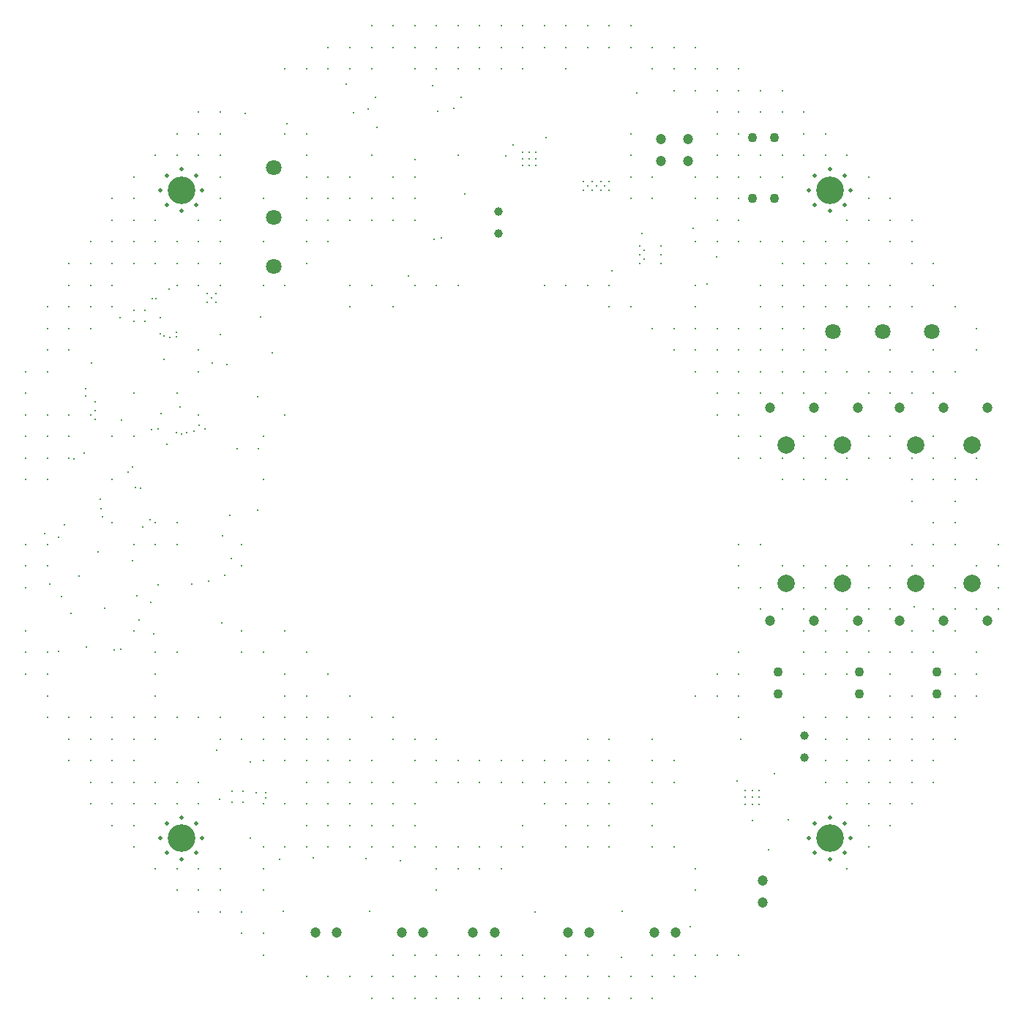
<source format=gbr>
%TF.GenerationSoftware,KiCad,Pcbnew,6.0.5-a6ca702e91~116~ubuntu20.04.1*%
%TF.CreationDate,2022-05-11T20:42:12+02:00*%
%TF.ProjectId,uHoubolt_PCB_PMU,75486f75-626f-46c7-945f-5043425f504d,rev?*%
%TF.SameCoordinates,PX8583b00PY5f5e100*%
%TF.FileFunction,Plated,1,4,PTH,Drill*%
%TF.FilePolarity,Positive*%
%FSLAX46Y46*%
G04 Gerber Fmt 4.6, Leading zero omitted, Abs format (unit mm)*
G04 Created by KiCad (PCBNEW 6.0.5-a6ca702e91~116~ubuntu20.04.1) date 2022-05-11 20:42:12*
%MOMM*%
%LPD*%
G01*
G04 APERTURE LIST*
%TA.AperFunction,ViaDrill*%
%ADD10C,0.200000*%
%TD*%
%TA.AperFunction,ComponentDrill*%
%ADD11C,0.200000*%
%TD*%
%TA.AperFunction,ViaDrill*%
%ADD12C,0.300000*%
%TD*%
%TA.AperFunction,ComponentDrill*%
%ADD13C,0.300000*%
%TD*%
%TA.AperFunction,ComponentDrill*%
%ADD14C,0.500000*%
%TD*%
%TA.AperFunction,ComponentDrill*%
%ADD15C,1.000000*%
%TD*%
%TA.AperFunction,ComponentDrill*%
%ADD16C,1.100000*%
%TD*%
%TA.AperFunction,ComponentDrill*%
%ADD17C,1.200000*%
%TD*%
%TA.AperFunction,ComponentDrill*%
%ADD18C,1.800000*%
%TD*%
%TA.AperFunction,ComponentDrill*%
%ADD19C,2.000000*%
%TD*%
%TA.AperFunction,ComponentDrill*%
%ADD20C,3.200000*%
%TD*%
G04 APERTURE END LIST*
D10*
X-53300000Y-2250000D03*
X-52675000Y-8100000D03*
X-51700000Y-15900000D03*
X-51675000Y-2650000D03*
X-51325000Y-9550000D03*
X-51012500Y-1212500D03*
X-50300000Y-11500000D03*
X-49900000Y6350000D03*
X-49350000Y-7175000D03*
X-48700000Y7050000D03*
X-48550000Y14550000D03*
X-48550000Y13650000D03*
X-48500000Y-15400000D03*
X-47950000Y11500000D03*
X-47900000Y17500000D03*
X-47500000Y13000000D03*
X-47500000Y12000000D03*
X-47500000Y11000000D03*
X-47100000Y-4375000D03*
X-46850000Y1750000D03*
X-46800000Y600000D03*
X-46575000Y-275000D03*
X-46400000Y-10900000D03*
X-45300000Y-15700000D03*
X-44600000Y22700000D03*
X-44500000Y-15600000D03*
X-44437500Y10862500D03*
X-43650000Y4875000D03*
X-43175000Y5450000D03*
X-42800000Y3100000D03*
X-42600000Y-9400000D03*
X-42400000Y-12200000D03*
X-42200000Y3000000D03*
X-42000000Y-1500000D03*
X-41100000Y-600000D03*
X-41025000Y-10200000D03*
X-40900000Y24950000D03*
X-40450000Y24950000D03*
X-40200000Y9900000D03*
X-40200000Y-8175000D03*
X-39900000Y22700000D03*
X-39900000Y20900000D03*
X-39525000Y17875000D03*
X-39500000Y20600000D03*
X-39150000Y8100000D03*
X-38950000Y26000000D03*
X-38850000Y20450000D03*
X-38075000Y9450000D03*
X-38050000Y21050000D03*
X-38050000Y20550000D03*
X-37650000Y12400000D03*
X-37450000Y9300000D03*
X-36875000Y9425000D03*
X-36325000Y-8100000D03*
X-36075000Y9575000D03*
X-35450000Y10250000D03*
X-34775000Y9850000D03*
X-34500000Y25500000D03*
X-34500000Y24500000D03*
X-34350000Y-7775000D03*
X-34000000Y25000000D03*
X-33900000Y17500000D03*
X-33500000Y25500000D03*
X-33500000Y24500000D03*
X-33400000Y-27300000D03*
X-33100000Y-32950000D03*
X-32950000Y20750000D03*
X-32825000Y-12550000D03*
X-32700000Y-2500000D03*
X-32450000Y-7100000D03*
X-32200000Y17350000D03*
X-31900000Y-100000D03*
X-31700000Y-5125000D03*
X-31050000Y7550000D03*
X-30125000Y46375000D03*
X-29550000Y-28700000D03*
X-29550000Y-37450000D03*
X-28850000Y-32250000D03*
X-28700000Y500000D03*
X-28650000Y13600000D03*
X-28600000Y7600000D03*
X-28300000Y22850000D03*
X-27700000Y-32250000D03*
X-27700000Y-32850000D03*
X-26950000Y18650000D03*
X-26100000Y-39900000D03*
X-25250000Y45150000D03*
X-22200000Y-39750000D03*
X-20500000Y54000000D03*
X-20500000Y51500000D03*
X-18425000Y49750000D03*
X-18000000Y54000000D03*
X-18000000Y51500000D03*
X-17600000Y46400000D03*
X-16100000Y-39850000D03*
X-15925000Y46875000D03*
X-15500000Y54000000D03*
X-15500000Y51500000D03*
X-15050000Y48250000D03*
X-14900000Y44750000D03*
X-13000000Y56500000D03*
X-13000000Y54000000D03*
X-12200000Y-40100000D03*
X-11250000Y27600000D03*
X-10500000Y56500000D03*
X-10500000Y54000000D03*
X-10500000Y51500000D03*
X-10500000Y41000000D03*
X-8425000Y49575000D03*
X-8275000Y31800000D03*
X-8000000Y56500000D03*
X-8000000Y54000000D03*
X-8000000Y51500000D03*
X-7800000Y46600000D03*
X-7375000Y32000000D03*
X-5950000Y46950000D03*
X-5500000Y56500000D03*
X-5500000Y54000000D03*
X-5500000Y51500000D03*
X-5125000Y48200000D03*
X-4725000Y37000000D03*
X-3000000Y56500000D03*
X-3000000Y54000000D03*
X-3000000Y51500000D03*
X-500000Y56500000D03*
X-500000Y54000000D03*
X-500000Y51500000D03*
X0Y41450000D03*
X900000Y42750000D03*
X2000000Y56500000D03*
X2000000Y54000000D03*
X2000000Y51500000D03*
X4500000Y56500000D03*
X4500000Y54000000D03*
X4700000Y43550000D03*
X7000000Y56500000D03*
X7000000Y54000000D03*
X7000000Y51500000D03*
X9000000Y38500000D03*
X9000000Y37500000D03*
X9500000Y56500000D03*
X9500000Y54000000D03*
X9500000Y38000000D03*
X10000000Y38500000D03*
X10000000Y37500000D03*
X10500000Y38000000D03*
X11000000Y38500000D03*
X11000000Y37500000D03*
X11500000Y38000000D03*
X12000000Y56500000D03*
X12000000Y54000000D03*
X12000000Y38500000D03*
X12000000Y37500000D03*
X12350000Y28150000D03*
X14500000Y56500000D03*
X14500000Y54000000D03*
X15225000Y48725000D03*
X15500000Y31000000D03*
X15500000Y30000000D03*
X15500000Y29000000D03*
X15800000Y32475000D03*
X16000000Y30500000D03*
X16000000Y29500000D03*
X17000000Y54000000D03*
X17000000Y51500000D03*
X18000000Y31000000D03*
X18000000Y30000000D03*
X18000000Y29000000D03*
X19500000Y54000000D03*
X19500000Y51500000D03*
X19500000Y49000000D03*
X21350000Y-47700000D03*
X21725000Y33050000D03*
X22000000Y54000000D03*
X22000000Y51500000D03*
X22000000Y49000000D03*
X23300000Y26600000D03*
X24400000Y29750000D03*
X24500000Y51500000D03*
X24500000Y49000000D03*
X24500000Y46500000D03*
X24500000Y44000000D03*
X24500000Y41500000D03*
X24500000Y39000000D03*
X26800000Y-30850000D03*
X27000000Y51500000D03*
X27000000Y49000000D03*
X27000000Y46500000D03*
X27000000Y44000000D03*
X27000000Y41500000D03*
X27000000Y39000000D03*
X27000000Y21500000D03*
X27000000Y19000000D03*
X27000000Y16500000D03*
X27200000Y-26000000D03*
X28550000Y-35450000D03*
X29500000Y49000000D03*
X29500000Y46500000D03*
X29500000Y41500000D03*
X29500000Y39000000D03*
X29500000Y26500000D03*
X29500000Y24000000D03*
X29500000Y21500000D03*
X29500000Y19000000D03*
X29500000Y16500000D03*
X30400000Y-38800000D03*
X31100000Y-30050000D03*
X32000000Y49000000D03*
X32000000Y46500000D03*
X32000000Y41500000D03*
X32000000Y39000000D03*
X32000000Y29000000D03*
X32000000Y26500000D03*
X32000000Y24000000D03*
X32000000Y21500000D03*
X32000000Y19000000D03*
X32000000Y16500000D03*
X32725000Y-35350000D03*
X34500000Y46500000D03*
X34500000Y44000000D03*
X34500000Y41500000D03*
X34500000Y31500000D03*
X34500000Y29000000D03*
X34500000Y26500000D03*
X34500000Y24000000D03*
X34500000Y21500000D03*
X34500000Y19000000D03*
X34500000Y16500000D03*
X37000000Y44000000D03*
X37000000Y41500000D03*
X37000000Y31500000D03*
X37000000Y29000000D03*
X37000000Y26500000D03*
X37000000Y24000000D03*
X37000000Y19000000D03*
X37000000Y16500000D03*
X39500000Y41500000D03*
X39500000Y34000000D03*
X39500000Y31500000D03*
X39500000Y29000000D03*
X39500000Y26500000D03*
X39500000Y24000000D03*
X39500000Y16500000D03*
X42000000Y39000000D03*
X42000000Y36500000D03*
X42000000Y34000000D03*
X42000000Y29000000D03*
X42000000Y26500000D03*
X42000000Y24000000D03*
X42000000Y16500000D03*
X44500000Y36500000D03*
X44500000Y34000000D03*
X44500000Y31500000D03*
X44500000Y26500000D03*
X44500000Y24000000D03*
X44500000Y19000000D03*
X44500000Y16500000D03*
X47000000Y34000000D03*
X47000000Y31500000D03*
X47000000Y29000000D03*
X47000000Y24000000D03*
X47000000Y16500000D03*
X47300000Y-10700000D03*
X49500000Y29000000D03*
X49500000Y26500000D03*
X49500000Y19000000D03*
X49500000Y16500000D03*
X52000000Y24000000D03*
X52000000Y16500000D03*
D11*
%TO.C,U13*%
X-42975000Y23575000D03*
X-42975000Y22325000D03*
X-41725000Y23575000D03*
X-41725000Y22325000D03*
%TO.C,U3*%
X-31625000Y-32075000D03*
X-31625000Y-33325000D03*
X-30375000Y-32075000D03*
X-30375000Y-33325000D03*
%TD*%
D12*
X-55500000Y16500000D03*
X-55500000Y14000000D03*
X-55500000Y11500000D03*
X-55500000Y9000000D03*
X-55500000Y6500000D03*
X-55500000Y4000000D03*
X-55500000Y-3500000D03*
X-55500000Y-6000000D03*
X-55500000Y-8500000D03*
X-55500000Y-13500000D03*
X-55500000Y-16000000D03*
X-55500000Y-18500000D03*
X-53000000Y24000000D03*
X-53000000Y21500000D03*
X-53000000Y19000000D03*
X-53000000Y16500000D03*
X-53000000Y11500000D03*
X-53000000Y9000000D03*
X-53000000Y6500000D03*
X-53000000Y4000000D03*
X-53000000Y-3500000D03*
X-53000000Y-6000000D03*
X-53000000Y-16000000D03*
X-53000000Y-18500000D03*
X-53000000Y-21000000D03*
X-53000000Y-23500000D03*
X-50500000Y29000000D03*
X-50500000Y26500000D03*
X-50500000Y24000000D03*
X-50500000Y21500000D03*
X-50500000Y19000000D03*
X-50500000Y11500000D03*
X-50500000Y9000000D03*
X-50500000Y6500000D03*
X-50500000Y-23500000D03*
X-50500000Y-26000000D03*
X-50500000Y-28500000D03*
X-48000000Y31500000D03*
X-48000000Y29000000D03*
X-48000000Y26500000D03*
X-48000000Y24000000D03*
X-48000000Y21500000D03*
X-48000000Y-23500000D03*
X-48000000Y-26000000D03*
X-48000000Y-28500000D03*
X-48000000Y-31000000D03*
X-48000000Y-33500000D03*
X-45500000Y36500000D03*
X-45500000Y34000000D03*
X-45500000Y31500000D03*
X-45500000Y29000000D03*
X-45500000Y26500000D03*
X-45500000Y24000000D03*
X-45500000Y9000000D03*
X-45500000Y4000000D03*
X-45500000Y-1000000D03*
X-45500000Y-23500000D03*
X-45500000Y-26000000D03*
X-45500000Y-28500000D03*
X-45500000Y-31000000D03*
X-45500000Y-33500000D03*
X-45500000Y-36000000D03*
X-43150000Y-5400000D03*
X-43000000Y39000000D03*
X-43000000Y36500000D03*
X-43000000Y34000000D03*
X-43000000Y31500000D03*
X-43000000Y29000000D03*
X-43000000Y14000000D03*
X-43000000Y9000000D03*
X-43000000Y-3500000D03*
X-43000000Y-13500000D03*
X-43000000Y-23500000D03*
X-43000000Y-26000000D03*
X-43000000Y-28500000D03*
X-43000000Y-31000000D03*
X-43000000Y-33500000D03*
X-43000000Y-36000000D03*
X-43000000Y-38500000D03*
X-40925000Y9750000D03*
X-40675000Y-13850000D03*
X-40500000Y41500000D03*
X-40500000Y34000000D03*
X-40500000Y31500000D03*
X-40500000Y29000000D03*
X-40500000Y-1000000D03*
X-40500000Y-3500000D03*
X-40500000Y-16000000D03*
X-40500000Y-18500000D03*
X-40500000Y-21000000D03*
X-40500000Y-23500000D03*
X-40500000Y-26000000D03*
X-40500000Y-31000000D03*
X-40500000Y-33500000D03*
X-40500000Y-41000000D03*
X-39850000Y11675000D03*
X-38000000Y44000000D03*
X-38000000Y41500000D03*
X-38000000Y31500000D03*
X-38000000Y29000000D03*
X-38000000Y26500000D03*
X-38000000Y14000000D03*
X-38000000Y-1000000D03*
X-38000000Y-3500000D03*
X-38000000Y-16000000D03*
X-38000000Y-23500000D03*
X-38000000Y-31000000D03*
X-38000000Y-33500000D03*
X-38000000Y-41000000D03*
X-38000000Y-43500000D03*
X-35500000Y46500000D03*
X-35500000Y44000000D03*
X-35500000Y41500000D03*
X-35500000Y34000000D03*
X-35500000Y31500000D03*
X-35500000Y29000000D03*
X-35500000Y26500000D03*
X-35500000Y19000000D03*
X-35500000Y16500000D03*
X-35500000Y11500000D03*
X-35500000Y-23500000D03*
X-35500000Y-31000000D03*
X-35500000Y-33500000D03*
X-35500000Y-41000000D03*
X-35500000Y-43500000D03*
X-35500000Y-46000000D03*
X-33000000Y46500000D03*
X-33000000Y44000000D03*
X-33000000Y41500000D03*
X-33000000Y39000000D03*
X-33000000Y36500000D03*
X-33000000Y34000000D03*
X-33000000Y31500000D03*
X-33000000Y29000000D03*
X-33000000Y26500000D03*
X-33000000Y-23500000D03*
X-33000000Y-26000000D03*
X-33000000Y-41000000D03*
X-33000000Y-43500000D03*
X-33000000Y-46000000D03*
X-30500000Y-3500000D03*
X-30500000Y-6000000D03*
X-30500000Y-13500000D03*
X-30500000Y-16000000D03*
X-30500000Y-26000000D03*
X-30500000Y-46000000D03*
X-30500000Y-48500000D03*
X-28000000Y36500000D03*
X-28000000Y31500000D03*
X-28000000Y26500000D03*
X-28000000Y9000000D03*
X-28000000Y4000000D03*
X-28000000Y-16000000D03*
X-28000000Y-23500000D03*
X-28000000Y-26000000D03*
X-28000000Y-28500000D03*
X-28000000Y-33500000D03*
X-28000000Y-38500000D03*
X-28000000Y-41000000D03*
X-28000000Y-43500000D03*
X-28000000Y-48500000D03*
X-28000000Y-51000000D03*
X-25675000Y-45950000D03*
X-25500000Y51500000D03*
X-25500000Y44000000D03*
X-25500000Y26500000D03*
X-25500000Y11500000D03*
X-25500000Y-13500000D03*
X-25500000Y-18500000D03*
X-25500000Y-21000000D03*
X-25500000Y-23500000D03*
X-25500000Y-26000000D03*
X-25500000Y-28500000D03*
X-25500000Y-33500000D03*
X-25500000Y-38500000D03*
X-23000000Y51500000D03*
X-23000000Y44000000D03*
X-23000000Y41500000D03*
X-23000000Y39000000D03*
X-23000000Y36500000D03*
X-23000000Y34000000D03*
X-23000000Y31500000D03*
X-23000000Y29000000D03*
X-23000000Y-16000000D03*
X-23000000Y-21000000D03*
X-23000000Y-23500000D03*
X-23000000Y-26000000D03*
X-23000000Y-28500000D03*
X-23000000Y-31000000D03*
X-23000000Y-33500000D03*
X-23000000Y-36000000D03*
X-23000000Y-38500000D03*
X-23000000Y-53500000D03*
X-20500000Y39000000D03*
X-20500000Y36500000D03*
X-20500000Y34000000D03*
X-20500000Y31500000D03*
X-20500000Y-18500000D03*
X-20500000Y-23500000D03*
X-20500000Y-26000000D03*
X-20500000Y-28500000D03*
X-20500000Y-31000000D03*
X-20500000Y-33500000D03*
X-20500000Y-36000000D03*
X-20500000Y-38500000D03*
X-20500000Y-53500000D03*
X-18000000Y39000000D03*
X-18000000Y36500000D03*
X-18000000Y34000000D03*
X-18000000Y26500000D03*
X-18000000Y24000000D03*
X-18000000Y-21000000D03*
X-18000000Y-26000000D03*
X-18000000Y-28500000D03*
X-18000000Y-31000000D03*
X-18000000Y-33500000D03*
X-18000000Y-36000000D03*
X-18000000Y-38500000D03*
X-18000000Y-53500000D03*
X-15675000Y-45925000D03*
X-15500000Y56500000D03*
X-15500000Y41500000D03*
X-15500000Y36500000D03*
X-15500000Y34000000D03*
X-15500000Y26500000D03*
X-15500000Y-23500000D03*
X-15500000Y-28500000D03*
X-15500000Y-31000000D03*
X-15500000Y-33500000D03*
X-15500000Y-36000000D03*
X-15500000Y-38500000D03*
X-15500000Y-53500000D03*
X-15500000Y-56000000D03*
X-13000000Y39000000D03*
X-13000000Y36500000D03*
X-13000000Y34000000D03*
X-13000000Y24000000D03*
X-13000000Y-23500000D03*
X-13000000Y-26000000D03*
X-13000000Y-31000000D03*
X-13000000Y-33500000D03*
X-13000000Y-36000000D03*
X-13000000Y-38500000D03*
X-13000000Y-51000000D03*
X-13000000Y-53500000D03*
X-13000000Y-56000000D03*
X-10500000Y39000000D03*
X-10500000Y36500000D03*
X-10500000Y34000000D03*
X-10500000Y26500000D03*
X-10500000Y-26000000D03*
X-10500000Y-28500000D03*
X-10500000Y-33500000D03*
X-10500000Y-36000000D03*
X-10500000Y-38500000D03*
X-10500000Y-51000000D03*
X-10500000Y-53500000D03*
X-10500000Y-56000000D03*
X-8000000Y26500000D03*
X-8000000Y-26000000D03*
X-8000000Y-28500000D03*
X-8000000Y-31000000D03*
X-8000000Y-38500000D03*
X-8000000Y-41000000D03*
X-8000000Y-43500000D03*
X-8000000Y-51000000D03*
X-8000000Y-53500000D03*
X-8000000Y-56000000D03*
X-5500000Y41500000D03*
X-5500000Y26500000D03*
X-5500000Y-28500000D03*
X-5500000Y-31000000D03*
X-5500000Y-38500000D03*
X-5500000Y-41000000D03*
X-5500000Y-51000000D03*
X-5500000Y-53500000D03*
X-5500000Y-56000000D03*
X-3000000Y-28500000D03*
X-3000000Y-31000000D03*
X-3000000Y-38500000D03*
X-3000000Y-41000000D03*
X-3000000Y-51000000D03*
X-3000000Y-53500000D03*
X-3000000Y-56000000D03*
X-500000Y-28500000D03*
X-500000Y-31000000D03*
X-500000Y-38500000D03*
X-500000Y-41000000D03*
X-500000Y-51000000D03*
X-500000Y-53500000D03*
X-500000Y-56000000D03*
X2000000Y-28500000D03*
X2000000Y-31000000D03*
X2000000Y-36000000D03*
X2000000Y-38500000D03*
X2000000Y-51000000D03*
X2000000Y-53500000D03*
X2000000Y-56000000D03*
X3450000Y-45975000D03*
X4500000Y26500000D03*
X4500000Y-28500000D03*
X4500000Y-31000000D03*
X4500000Y-33500000D03*
X4500000Y-53500000D03*
X4500000Y-56000000D03*
X7000000Y26500000D03*
X7000000Y-28500000D03*
X7000000Y-31000000D03*
X7000000Y-33500000D03*
X7000000Y-36000000D03*
X7000000Y-38500000D03*
X7000000Y-51000000D03*
X7000000Y-53500000D03*
X7000000Y-56000000D03*
X9500000Y26500000D03*
X9500000Y-26000000D03*
X9500000Y-28500000D03*
X9500000Y-31000000D03*
X9500000Y-33500000D03*
X9500000Y-36000000D03*
X9500000Y-38500000D03*
X9500000Y-51000000D03*
X9500000Y-53500000D03*
X9500000Y-56000000D03*
X12000000Y26500000D03*
X12000000Y24000000D03*
X12000000Y-26000000D03*
X12000000Y-28500000D03*
X12000000Y-31000000D03*
X12000000Y-33500000D03*
X12000000Y-36000000D03*
X12000000Y-38500000D03*
X12000000Y-53500000D03*
X12000000Y-56000000D03*
X13450000Y-51250000D03*
X13500000Y-45950000D03*
X14500000Y44000000D03*
X14500000Y41500000D03*
X14500000Y39000000D03*
X14500000Y36500000D03*
X14500000Y24000000D03*
X14500000Y-53500000D03*
X14500000Y-56000000D03*
X17000000Y39000000D03*
X17000000Y36500000D03*
X17000000Y21500000D03*
X17000000Y-26000000D03*
X17000000Y-28500000D03*
X17000000Y-31000000D03*
X17000000Y-33500000D03*
X17000000Y-36000000D03*
X17000000Y-38500000D03*
X17000000Y-51000000D03*
X17000000Y-53500000D03*
X17000000Y-56000000D03*
X19500000Y21500000D03*
X19500000Y19000000D03*
X19500000Y-28500000D03*
X19500000Y-31000000D03*
X19500000Y-38500000D03*
X19500000Y-51000000D03*
X19500000Y-53500000D03*
X22000000Y39000000D03*
X22000000Y36500000D03*
X22000000Y31500000D03*
X22000000Y26500000D03*
X22000000Y24000000D03*
X22000000Y21500000D03*
X22000000Y19000000D03*
X22000000Y16500000D03*
X22000000Y-21000000D03*
X22000000Y-41000000D03*
X22000000Y-43500000D03*
X22000000Y-51000000D03*
X22000000Y-53500000D03*
X24500000Y36500000D03*
X24500000Y34000000D03*
X24500000Y31500000D03*
X24500000Y21500000D03*
X24500000Y19000000D03*
X24500000Y16500000D03*
X24500000Y14000000D03*
X24500000Y11500000D03*
X24500000Y-18500000D03*
X24500000Y-21000000D03*
X24500000Y-51000000D03*
X27000000Y36500000D03*
X27000000Y34000000D03*
X27000000Y31500000D03*
X27000000Y14000000D03*
X27000000Y11500000D03*
X27000000Y9000000D03*
X27000000Y6500000D03*
X27000000Y-3500000D03*
X27000000Y-6000000D03*
X27000000Y-8500000D03*
X27000000Y-16000000D03*
X27000000Y-18500000D03*
X27000000Y-21000000D03*
X27000000Y-23500000D03*
X27000000Y-51000000D03*
X29500000Y31500000D03*
X29500000Y14000000D03*
X29500000Y9000000D03*
X29500000Y6500000D03*
X29500000Y-3500000D03*
X29500000Y-8500000D03*
X29500000Y-11000000D03*
X32000000Y31500000D03*
X32000000Y14000000D03*
X32000000Y6500000D03*
X32000000Y4000000D03*
X32000000Y-6000000D03*
X32000000Y-11000000D03*
X34500000Y14000000D03*
X34500000Y9000000D03*
X34500000Y6500000D03*
X34500000Y4000000D03*
X34500000Y-6000000D03*
X34500000Y-8500000D03*
X34500000Y-11000000D03*
X34500000Y-13500000D03*
X34500000Y-16000000D03*
X34500000Y-18500000D03*
X34500000Y-23500000D03*
X37000000Y14000000D03*
X37000000Y9000000D03*
X37000000Y6500000D03*
X37000000Y4000000D03*
X37000000Y-6000000D03*
X37000000Y-8500000D03*
X37000000Y-11000000D03*
X37000000Y-13500000D03*
X37000000Y-16000000D03*
X37000000Y-18500000D03*
X37000000Y-23500000D03*
X37000000Y-26000000D03*
X37000000Y-28500000D03*
X37000000Y-31000000D03*
X39500000Y6500000D03*
X39500000Y4000000D03*
X39500000Y-6000000D03*
X39500000Y-11000000D03*
X39500000Y-13500000D03*
X39500000Y-16000000D03*
X39500000Y-18500000D03*
X39500000Y-23500000D03*
X39500000Y-26000000D03*
X39500000Y-28500000D03*
X39500000Y-31000000D03*
X39500000Y-33500000D03*
X39500000Y-41000000D03*
X42000000Y14000000D03*
X42000000Y9000000D03*
X42000000Y6500000D03*
X42000000Y-6000000D03*
X42000000Y-8500000D03*
X42000000Y-11000000D03*
X42000000Y-13500000D03*
X42000000Y-16000000D03*
X42000000Y-23500000D03*
X42000000Y-26000000D03*
X42000000Y-28500000D03*
X42000000Y-31000000D03*
X42000000Y-33500000D03*
X42000000Y-36000000D03*
X42000000Y-38500000D03*
X44500000Y14000000D03*
X44500000Y9000000D03*
X44500000Y6500000D03*
X44500000Y-6000000D03*
X44500000Y-8500000D03*
X44500000Y-11000000D03*
X44500000Y-16000000D03*
X44500000Y-18500000D03*
X44500000Y-21000000D03*
X44500000Y-23500000D03*
X44500000Y-26000000D03*
X44500000Y-28500000D03*
X44500000Y-31000000D03*
X44500000Y-33500000D03*
X44500000Y-36000000D03*
X47000000Y14000000D03*
X47000000Y6500000D03*
X47000000Y4000000D03*
X47000000Y1500000D03*
X47000000Y-3500000D03*
X47000000Y-6000000D03*
X47000000Y-13500000D03*
X47000000Y-16000000D03*
X47000000Y-21000000D03*
X47000000Y-23500000D03*
X47000000Y-26000000D03*
X47000000Y-28500000D03*
X47000000Y-31000000D03*
X47000000Y-33500000D03*
X49500000Y14000000D03*
X49500000Y9000000D03*
X49500000Y6500000D03*
X49500000Y4000000D03*
X49500000Y-1000000D03*
X49500000Y-3500000D03*
X49500000Y-6000000D03*
X49500000Y-11000000D03*
X49500000Y-13500000D03*
X49500000Y-16000000D03*
X49500000Y-23500000D03*
X49500000Y-26000000D03*
X49500000Y-28500000D03*
X49500000Y-31000000D03*
X52000000Y6500000D03*
X52000000Y4000000D03*
X52000000Y1500000D03*
X52000000Y-1000000D03*
X52000000Y-3500000D03*
X52000000Y-8500000D03*
X52000000Y-11000000D03*
X52000000Y-13500000D03*
X52000000Y-18500000D03*
X52000000Y-21000000D03*
X52000000Y-23500000D03*
X52000000Y-26000000D03*
X54500000Y21500000D03*
X54500000Y19000000D03*
X54500000Y6500000D03*
X54500000Y4000000D03*
X54500000Y-6000000D03*
X54500000Y-11000000D03*
X54500000Y-16000000D03*
X54500000Y-18500000D03*
X54500000Y-21000000D03*
X57000000Y-3500000D03*
X57000000Y-6000000D03*
X57000000Y-8500000D03*
X57000000Y-11000000D03*
D13*
%TO.C,U4*%
X1975000Y41875000D03*
X1975000Y41100000D03*
X1975000Y40325000D03*
X2750000Y41875000D03*
X2750000Y41100000D03*
X2750000Y40325000D03*
X3525000Y41875000D03*
X3525000Y41100000D03*
X3525000Y40325000D03*
%TO.C,U14*%
X27750000Y-31979651D03*
X27750000Y-32754651D03*
X27750000Y-33529651D03*
X28525000Y-31979651D03*
X28525000Y-32754651D03*
X28525000Y-33529651D03*
X29300000Y-31979651D03*
X29300000Y-32754651D03*
X29300000Y-33529651D03*
D14*
%TO.C,H4*%
X-39900000Y37500000D03*
%TO.C,H3*%
X-39900000Y-37500000D03*
%TO.C,H4*%
X-39197056Y39197056D03*
X-39197056Y35802944D03*
%TO.C,H3*%
X-39197056Y-35802944D03*
X-39197056Y-39197056D03*
%TO.C,H4*%
X-37500000Y39900000D03*
X-37500000Y35100000D03*
%TO.C,H3*%
X-37500000Y-35100000D03*
X-37500000Y-39900000D03*
%TO.C,H4*%
X-35802944Y39197056D03*
X-35802944Y35802944D03*
%TO.C,H3*%
X-35802944Y-35802944D03*
X-35802944Y-39197056D03*
%TO.C,H4*%
X-35100000Y37500000D03*
%TO.C,H3*%
X-35100000Y-37500000D03*
%TO.C,H2*%
X35100000Y37500000D03*
%TO.C,H1*%
X35100000Y-37500000D03*
%TO.C,H2*%
X35802944Y39197056D03*
X35802944Y35802944D03*
%TO.C,H1*%
X35802944Y-35802944D03*
X35802944Y-39197056D03*
%TO.C,H2*%
X37500000Y39900000D03*
X37500000Y35100000D03*
%TO.C,H1*%
X37500000Y-35100000D03*
X37500000Y-39900000D03*
%TO.C,H2*%
X39197056Y39197056D03*
X39197056Y35802944D03*
%TO.C,H1*%
X39197056Y-35802944D03*
X39197056Y-39197056D03*
%TO.C,H2*%
X39900000Y37500000D03*
%TO.C,H1*%
X39900000Y-37500000D03*
D15*
%TO.C,TH1*%
X-775000Y34975000D03*
X-775000Y32435000D03*
%TO.C,TH2*%
X34568750Y-25589651D03*
X34568750Y-28129651D03*
D16*
%TO.C,J8*%
X28575000Y43550000D03*
%TO.C,J25*%
X28575000Y36550000D03*
%TO.C,J8*%
X31115000Y43550000D03*
%TO.C,J25*%
X31115000Y36550000D03*
%TO.C,J4*%
X31500000Y-18230000D03*
X31500000Y-20770000D03*
%TO.C,J11*%
X40900000Y-18230000D03*
X40900000Y-20770000D03*
%TO.C,J6*%
X49900000Y-18230000D03*
X49900000Y-20770000D03*
D17*
%TO.C,J20*%
X-22000000Y-48400000D03*
X-19500000Y-48400000D03*
%TO.C,J21*%
X-12000000Y-48400000D03*
X-9500000Y-48400000D03*
%TO.C,J23*%
X-3750000Y-48400000D03*
X-1250000Y-48400000D03*
%TO.C,J22*%
X7200000Y-48400000D03*
X9700000Y-48400000D03*
%TO.C,J24*%
X17200000Y-48400000D03*
%TO.C,J1*%
X17950000Y43350000D03*
X17950000Y40850000D03*
%TO.C,J24*%
X19700000Y-48400000D03*
%TO.C,J26*%
X21075000Y43350000D03*
X21075000Y40850000D03*
%TO.C,J7*%
X29750000Y-42400000D03*
X29750000Y-44900000D03*
%TO.C,SW1*%
X30620000Y12300000D03*
%TO.C,SW2*%
X30620000Y-12300000D03*
%TO.C,SW1*%
X35700000Y12300000D03*
%TO.C,SW2*%
X35700000Y-12300000D03*
%TO.C,SW1*%
X40780000Y12300000D03*
%TO.C,SW2*%
X40780000Y-12300000D03*
%TO.C,SW3*%
X45620000Y12300000D03*
%TO.C,SW4*%
X45620000Y-12300000D03*
%TO.C,SW3*%
X50700000Y12300000D03*
%TO.C,SW4*%
X50700000Y-12300000D03*
%TO.C,SW3*%
X55780000Y12300000D03*
%TO.C,SW4*%
X55780000Y-12300000D03*
D18*
%TO.C,J2*%
X-26800000Y40050000D03*
X-26800000Y34350000D03*
X-26800000Y28650000D03*
%TO.C,J3*%
X37900000Y21150000D03*
X43600000Y21150000D03*
X49300000Y21150000D03*
D19*
%TO.C,SW1*%
X32450000Y8000000D03*
%TO.C,SW2*%
X32450000Y-8000000D03*
%TO.C,SW1*%
X38950000Y8000000D03*
%TO.C,SW2*%
X38950000Y-8000000D03*
%TO.C,SW3*%
X47450000Y8000000D03*
%TO.C,SW4*%
X47450000Y-8000000D03*
%TO.C,SW3*%
X53950000Y8000000D03*
%TO.C,SW4*%
X53950000Y-8000000D03*
D20*
%TO.C,H4*%
X-37500000Y37500000D03*
%TO.C,H3*%
X-37500000Y-37500000D03*
%TO.C,H2*%
X37500000Y37500000D03*
%TO.C,H1*%
X37500000Y-37500000D03*
M02*

</source>
